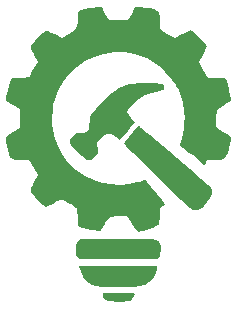
<source format=gbr>
%TF.GenerationSoftware,KiCad,Pcbnew,9.0.0*%
%TF.CreationDate,2025-03-06T18:24:39+01:00*%
%TF.ProjectId,GettingToBlinky,47657474-696e-4675-946f-426c696e6b79,rev?*%
%TF.SameCoordinates,Original*%
%TF.FileFunction,Legend,Bot*%
%TF.FilePolarity,Positive*%
%FSLAX46Y46*%
G04 Gerber Fmt 4.6, Leading zero omitted, Abs format (unit mm)*
G04 Created by KiCad (PCBNEW 9.0.0) date 2025-03-06 18:24:39*
%MOMM*%
%LPD*%
G01*
G04 APERTURE LIST*
%ADD10C,0.000000*%
G04 APERTURE END LIST*
D10*
%TO.C,G\u002A\u002A\u002A*%
G36*
X108347287Y-124646460D02*
G01*
X108784012Y-124655251D01*
X109118078Y-124670987D01*
X109331619Y-124692694D01*
X109406769Y-124719399D01*
X109406681Y-124726520D01*
X109339910Y-124949329D01*
X109181381Y-125169783D01*
X108978818Y-125320819D01*
X108968655Y-125325241D01*
X108744895Y-125380595D01*
X108396367Y-125407559D01*
X107908390Y-125407319D01*
X107876884Y-125406556D01*
X107508820Y-125394319D01*
X107259482Y-125374433D01*
X107093771Y-125339802D01*
X106976593Y-125283328D01*
X106872851Y-125197915D01*
X106860057Y-125185518D01*
X106726381Y-125002887D01*
X106671385Y-124826684D01*
X106671385Y-124644923D01*
X108039077Y-124644923D01*
X108347287Y-124646460D01*
G37*
G36*
X111282462Y-122576356D02*
G01*
X111279183Y-122641203D01*
X111200793Y-122957131D01*
X111040614Y-123291438D01*
X110828931Y-123577285D01*
X110619700Y-123766786D01*
X110237933Y-123979692D01*
X109761483Y-124098644D01*
X109720641Y-124104148D01*
X109413927Y-124130037D01*
X108996134Y-124148468D01*
X108505386Y-124159416D01*
X107979804Y-124162855D01*
X107457512Y-124158759D01*
X106976633Y-124147102D01*
X106575289Y-124127858D01*
X106291604Y-124101002D01*
X106205791Y-124087021D01*
X105809377Y-123981439D01*
X105494847Y-123830785D01*
X105413155Y-123771221D01*
X105120766Y-123464733D01*
X104888160Y-123078150D01*
X104753739Y-122671538D01*
X104700143Y-122378461D01*
X107991302Y-122378461D01*
X111282462Y-122378461D01*
X111282462Y-122576356D01*
G37*
G36*
X108837197Y-120112171D02*
G01*
X109483387Y-120113174D01*
X110003645Y-120115748D01*
X110412820Y-120120637D01*
X110725764Y-120128581D01*
X110957327Y-120140321D01*
X111122359Y-120156600D01*
X111235711Y-120178159D01*
X111312234Y-120205740D01*
X111366778Y-120240083D01*
X111414194Y-120281931D01*
X111476568Y-120347130D01*
X111551154Y-120477991D01*
X111586283Y-120666113D01*
X111595077Y-120960740D01*
X111594067Y-121076555D01*
X111575188Y-121340156D01*
X111522979Y-121514840D01*
X111425146Y-121650501D01*
X111255215Y-121831385D01*
X108021901Y-121831385D01*
X104788588Y-121831385D01*
X104596755Y-121639552D01*
X104546981Y-121586570D01*
X104457566Y-121445780D01*
X104415460Y-121259088D01*
X104404923Y-120971692D01*
X104406216Y-120846885D01*
X104426919Y-120604301D01*
X104485186Y-120441550D01*
X104596755Y-120303832D01*
X104788588Y-120112000D01*
X108010949Y-120112000D01*
X108050223Y-120112000D01*
X108837197Y-120112171D01*
G37*
G36*
X109863574Y-110599316D02*
G01*
X109866276Y-110601632D01*
X109959822Y-110681448D01*
X110159280Y-110851414D01*
X110452573Y-111101243D01*
X110827624Y-111420652D01*
X111272356Y-111799356D01*
X111774692Y-112227070D01*
X112322554Y-112693509D01*
X112903865Y-113188389D01*
X112956948Y-113233591D01*
X113534301Y-113726954D01*
X114075280Y-114192302D01*
X114568028Y-114619221D01*
X115000686Y-114997301D01*
X115361395Y-115316130D01*
X115638298Y-115565297D01*
X115819536Y-115734390D01*
X115893250Y-115812999D01*
X115916833Y-115860057D01*
X115978881Y-116092184D01*
X115940083Y-116335919D01*
X115791906Y-116618023D01*
X115525818Y-116965255D01*
X115444646Y-117060723D01*
X115235045Y-117300392D01*
X115062882Y-117487895D01*
X114959203Y-117589053D01*
X114941040Y-117601408D01*
X114767445Y-117661137D01*
X114538810Y-117686745D01*
X114537471Y-117686756D01*
X114467372Y-117683726D01*
X114394785Y-117667736D01*
X114309798Y-117630007D01*
X114202501Y-117561760D01*
X114062980Y-117454216D01*
X113881326Y-117298596D01*
X113647626Y-117086121D01*
X113351969Y-116808012D01*
X112984443Y-116455490D01*
X112535137Y-116019776D01*
X111994140Y-115492091D01*
X111351540Y-114863656D01*
X111154843Y-114670991D01*
X110610004Y-114135222D01*
X110104824Y-113635414D01*
X109649649Y-113181995D01*
X109254825Y-112785392D01*
X108930699Y-112456031D01*
X108687615Y-112204339D01*
X108535921Y-112040742D01*
X108485961Y-111975669D01*
X108485961Y-111975668D01*
X108542899Y-111895213D01*
X108681630Y-111722295D01*
X108881315Y-111482338D01*
X109121113Y-111200769D01*
X109222713Y-111083097D01*
X109454891Y-110820946D01*
X109615007Y-110657742D01*
X109723120Y-110577235D01*
X109799289Y-110563176D01*
X109863574Y-110599316D01*
G37*
G36*
X110718487Y-106893295D02*
G01*
X111182680Y-106917174D01*
X111556000Y-106964110D01*
X111742828Y-107011237D01*
X111852550Y-107092096D01*
X111893388Y-107237523D01*
X111886986Y-107387105D01*
X111815234Y-107478961D01*
X111691518Y-107509821D01*
X111464636Y-107565142D01*
X111184115Y-107632844D01*
X110799409Y-107742904D01*
X110269105Y-107953434D01*
X109788792Y-108210855D01*
X109379174Y-108499902D01*
X109060957Y-108805311D01*
X108854844Y-109111818D01*
X108781539Y-109404159D01*
X108815839Y-109478260D01*
X108932676Y-109637875D01*
X109103737Y-109836113D01*
X109425935Y-110185657D01*
X109225106Y-110440059D01*
X109199945Y-110471446D01*
X109032753Y-110670010D01*
X108809305Y-110925427D01*
X108570754Y-111190501D01*
X108117231Y-111686541D01*
X107813407Y-111444501D01*
X107743626Y-111392298D01*
X107402856Y-111232674D01*
X107062417Y-111228376D01*
X106726741Y-111378656D01*
X106400262Y-111682767D01*
X106294014Y-111822992D01*
X106225015Y-111999789D01*
X106237625Y-112213112D01*
X106252751Y-112302068D01*
X106286039Y-112598387D01*
X106259701Y-112808767D01*
X106159307Y-112985455D01*
X105970430Y-113180698D01*
X105922201Y-113225140D01*
X105729734Y-113380699D01*
X105583550Y-113442334D01*
X105438339Y-113431393D01*
X105377601Y-113407399D01*
X105184979Y-113286067D01*
X104935101Y-113092886D01*
X104658303Y-112855528D01*
X104384920Y-112601662D01*
X104145285Y-112358959D01*
X103969732Y-112155091D01*
X103888597Y-112017729D01*
X103900965Y-111821314D01*
X104001647Y-111577517D01*
X104159777Y-111348920D01*
X104343302Y-111193613D01*
X104510321Y-111148497D01*
X104732610Y-111154676D01*
X104734565Y-111155063D01*
X105031597Y-111141491D01*
X105300315Y-111005152D01*
X105483862Y-110774799D01*
X105514447Y-110684698D01*
X105559508Y-110436534D01*
X105577231Y-110155433D01*
X105587306Y-109964411D01*
X105629877Y-109769410D01*
X105718696Y-109569940D01*
X105867438Y-109345641D01*
X106089780Y-109076153D01*
X106399397Y-108741117D01*
X106809963Y-108320171D01*
X106920981Y-108208994D01*
X107333777Y-107822196D01*
X107703245Y-107532733D01*
X108068002Y-107316842D01*
X108466664Y-107150759D01*
X108937846Y-107010720D01*
X109272921Y-106951230D01*
X109714382Y-106911199D01*
X110212646Y-106891595D01*
X110718487Y-106893295D01*
G37*
G36*
X106912819Y-101045080D02*
G01*
X107239387Y-101594775D01*
X108025540Y-101572618D01*
X108811693Y-101550461D01*
X109128106Y-101022923D01*
X109444519Y-100495385D01*
X109902825Y-100495385D01*
X109950254Y-100495838D01*
X110307137Y-100522552D01*
X110674016Y-100583189D01*
X111009350Y-100667573D01*
X111271601Y-100765527D01*
X111419231Y-100866876D01*
X111469900Y-101008669D01*
X111504665Y-101286862D01*
X111516923Y-101672236D01*
X111516923Y-102350289D01*
X112161692Y-102719815D01*
X112806462Y-103089341D01*
X113405751Y-102769286D01*
X113509444Y-102715059D01*
X113790859Y-102579277D01*
X114019691Y-102484717D01*
X114154198Y-102449231D01*
X114226702Y-102479956D01*
X114393025Y-102602528D01*
X114612513Y-102792579D01*
X114856461Y-103021985D01*
X115096165Y-103262619D01*
X115302920Y-103486356D01*
X115448023Y-103665069D01*
X115502769Y-103770633D01*
X115494652Y-103804842D01*
X115429310Y-103960808D01*
X115312684Y-104200168D01*
X115161918Y-104486893D01*
X114821066Y-105114262D01*
X115214755Y-105774670D01*
X115608444Y-106435077D01*
X116278530Y-106436274D01*
X116391205Y-106437384D01*
X116695371Y-106449807D01*
X116930193Y-106472981D01*
X117052207Y-106503147D01*
X117098986Y-106571559D01*
X117181224Y-106767115D01*
X117278210Y-107053039D01*
X117377489Y-107395179D01*
X117412921Y-107527137D01*
X117502223Y-107881914D01*
X117536778Y-108132150D01*
X117503490Y-108314125D01*
X117389264Y-108464121D01*
X117181004Y-108618419D01*
X116865613Y-108813302D01*
X116323385Y-109143396D01*
X116301153Y-109888061D01*
X116278921Y-110632725D01*
X116906845Y-111015109D01*
X117034837Y-111093152D01*
X117283626Y-111254815D01*
X117440390Y-111396702D01*
X117516106Y-111553135D01*
X117521753Y-111758434D01*
X117468308Y-112046923D01*
X117366751Y-112452923D01*
X117366689Y-112453167D01*
X117261763Y-112843615D01*
X117163889Y-113107123D01*
X117043288Y-113268643D01*
X116870176Y-113353124D01*
X116614773Y-113385516D01*
X116247297Y-113390769D01*
X115531128Y-113390769D01*
X115415965Y-113633939D01*
X115300801Y-113877108D01*
X114288093Y-113034469D01*
X114030967Y-112820575D01*
X113725489Y-112566610D01*
X113478965Y-112361834D01*
X113311787Y-112223183D01*
X113244349Y-112167596D01*
X113242995Y-112165676D01*
X113255055Y-112073411D01*
X113307563Y-111876570D01*
X113390202Y-111614297D01*
X113394768Y-111600540D01*
X113498369Y-111207696D01*
X113567013Y-110748152D01*
X113607361Y-110177857D01*
X113615923Y-109902073D01*
X113593537Y-109213133D01*
X113494464Y-108594323D01*
X113307491Y-107991536D01*
X113021403Y-107350663D01*
X112987318Y-107283184D01*
X112790318Y-106925084D01*
X112583785Y-106620115D01*
X112330258Y-106317960D01*
X111992278Y-105968300D01*
X111944708Y-105921289D01*
X111433728Y-105455355D01*
X110949055Y-105097168D01*
X110447814Y-104818696D01*
X109887132Y-104591907D01*
X109447511Y-104458447D01*
X108555549Y-104301369D01*
X107670522Y-104288578D01*
X106806768Y-104412486D01*
X105978625Y-104665503D01*
X105200433Y-105040039D01*
X104486529Y-105528505D01*
X103851252Y-106123312D01*
X103308941Y-106816870D01*
X102873935Y-107601590D01*
X102560571Y-108469882D01*
X102496031Y-108787965D01*
X102443621Y-109264457D01*
X102418949Y-109796295D01*
X102422803Y-110331337D01*
X102455970Y-110817440D01*
X102519241Y-111202461D01*
X102554645Y-111332772D01*
X102736767Y-111842418D01*
X102987877Y-112391831D01*
X103279343Y-112922487D01*
X103582531Y-113375856D01*
X103855197Y-113701977D01*
X104463771Y-114268505D01*
X105166342Y-114753613D01*
X105926688Y-115134005D01*
X106708587Y-115386386D01*
X107380930Y-115489886D01*
X108139133Y-115512817D01*
X108895461Y-115451892D01*
X109583796Y-115308893D01*
X109740029Y-115263771D01*
X110016957Y-115184940D01*
X110213853Y-115130478D01*
X110295726Y-115110154D01*
X110316357Y-115129185D01*
X110417969Y-115244715D01*
X110585767Y-115443874D01*
X110799755Y-115702134D01*
X111039934Y-115994967D01*
X111286308Y-116297847D01*
X111518878Y-116586247D01*
X111717648Y-116835638D01*
X111862620Y-117021494D01*
X111933797Y-117119287D01*
X111934073Y-117119747D01*
X111913071Y-117221382D01*
X111753940Y-117336217D01*
X111643681Y-117398157D01*
X111570963Y-117471527D01*
X111533269Y-117589062D01*
X111519092Y-117788141D01*
X111516923Y-118106146D01*
X111511558Y-118367822D01*
X111476191Y-118710718D01*
X111407968Y-118902514D01*
X111392423Y-118920155D01*
X111230257Y-119022172D01*
X110946498Y-119139440D01*
X110567814Y-119260594D01*
X110377743Y-119314297D01*
X110078356Y-119396054D01*
X109852697Y-119454034D01*
X109738923Y-119478219D01*
X109642634Y-119455665D01*
X109491158Y-119328209D01*
X109301595Y-119078984D01*
X109063886Y-118696339D01*
X108763542Y-118182909D01*
X108012361Y-118192025D01*
X107261180Y-118201141D01*
X106907667Y-118771557D01*
X106848733Y-118864915D01*
X106675070Y-119121428D01*
X106526412Y-119315633D01*
X106429828Y-119411290D01*
X106408240Y-119417951D01*
X106251410Y-119413956D01*
X105996961Y-119375538D01*
X105684849Y-119312080D01*
X105355033Y-119232964D01*
X105047468Y-119147571D01*
X104802112Y-119065283D01*
X104658923Y-118995483D01*
X104610686Y-118901508D01*
X104573187Y-118648368D01*
X104560034Y-118246277D01*
X104558925Y-118126256D01*
X104547880Y-117827661D01*
X104527637Y-117602407D01*
X104501419Y-117491965D01*
X104439320Y-117438244D01*
X104267843Y-117323187D01*
X104030347Y-117178021D01*
X103766441Y-117025502D01*
X103515733Y-116888385D01*
X103317835Y-116789427D01*
X103212355Y-116751385D01*
X103194485Y-116754863D01*
X103060187Y-116810374D01*
X102838956Y-116919489D01*
X102568308Y-117064000D01*
X102486479Y-117108574D01*
X102220345Y-117245189D01*
X102010333Y-117340684D01*
X101896108Y-117376615D01*
X101828215Y-117349749D01*
X101664354Y-117228167D01*
X101448663Y-117034865D01*
X101209247Y-116798933D01*
X100974214Y-116549465D01*
X100771672Y-116315551D01*
X100629726Y-116126285D01*
X100576484Y-116010756D01*
X100579269Y-115985283D01*
X100633395Y-115816865D01*
X100742287Y-115568706D01*
X100887148Y-115284729D01*
X101196714Y-114716843D01*
X100827434Y-114056839D01*
X100458154Y-113396835D01*
X99744800Y-113393802D01*
X99700189Y-113393523D01*
X99311134Y-113379685D01*
X99063688Y-113344800D01*
X98945512Y-113287224D01*
X98935880Y-113273539D01*
X98870058Y-113123061D01*
X98785978Y-112870152D01*
X98694742Y-112556656D01*
X98607453Y-112224419D01*
X98535211Y-111915286D01*
X98489121Y-111671102D01*
X98480283Y-111533714D01*
X98495610Y-111502496D01*
X98615123Y-111380877D01*
X98824475Y-111218250D01*
X99091014Y-111040957D01*
X99676615Y-110678689D01*
X99698435Y-109905037D01*
X99720255Y-109131385D01*
X99092743Y-108755867D01*
X98951204Y-108669460D01*
X98671340Y-108479990D01*
X98514289Y-108335721D01*
X98465231Y-108224096D01*
X98486263Y-108070530D01*
X98543343Y-107816621D01*
X98624503Y-107506083D01*
X98717766Y-107180674D01*
X98811153Y-106882148D01*
X98892688Y-106652261D01*
X98950392Y-106532769D01*
X99064805Y-106480945D01*
X99335303Y-106446517D01*
X99759072Y-106435077D01*
X99994717Y-106433885D01*
X100256770Y-106424537D01*
X100413303Y-106400831D01*
X100495322Y-106356821D01*
X100533833Y-106286566D01*
X100536919Y-106277626D01*
X100608817Y-106130401D01*
X100739255Y-105903372D01*
X100902364Y-105641797D01*
X101223759Y-105145538D01*
X100899572Y-104546249D01*
X100843410Y-104440290D01*
X100706463Y-104161252D01*
X100611144Y-103936002D01*
X100575385Y-103805517D01*
X100603970Y-103734244D01*
X100723987Y-103566840D01*
X100911977Y-103345848D01*
X101139902Y-103100185D01*
X101379726Y-102858772D01*
X101603413Y-102650529D01*
X101782928Y-102504375D01*
X101890233Y-102449231D01*
X101921146Y-102454866D01*
X102079223Y-102513940D01*
X102321022Y-102623645D01*
X102608029Y-102766934D01*
X103218694Y-103084637D01*
X103842219Y-102722344D01*
X104064068Y-102590800D01*
X104299907Y-102427568D01*
X104446220Y-102265661D01*
X104524330Y-102065685D01*
X104555559Y-101788248D01*
X104561231Y-101393954D01*
X104567280Y-101200165D01*
X104600979Y-100952490D01*
X104658923Y-100824556D01*
X104681666Y-100808153D01*
X104873472Y-100723502D01*
X105163896Y-100639421D01*
X105505413Y-100566387D01*
X105850502Y-100514882D01*
X106151637Y-100495385D01*
X106586251Y-100495385D01*
X106912819Y-101045080D01*
G37*
%TD*%
M02*

</source>
